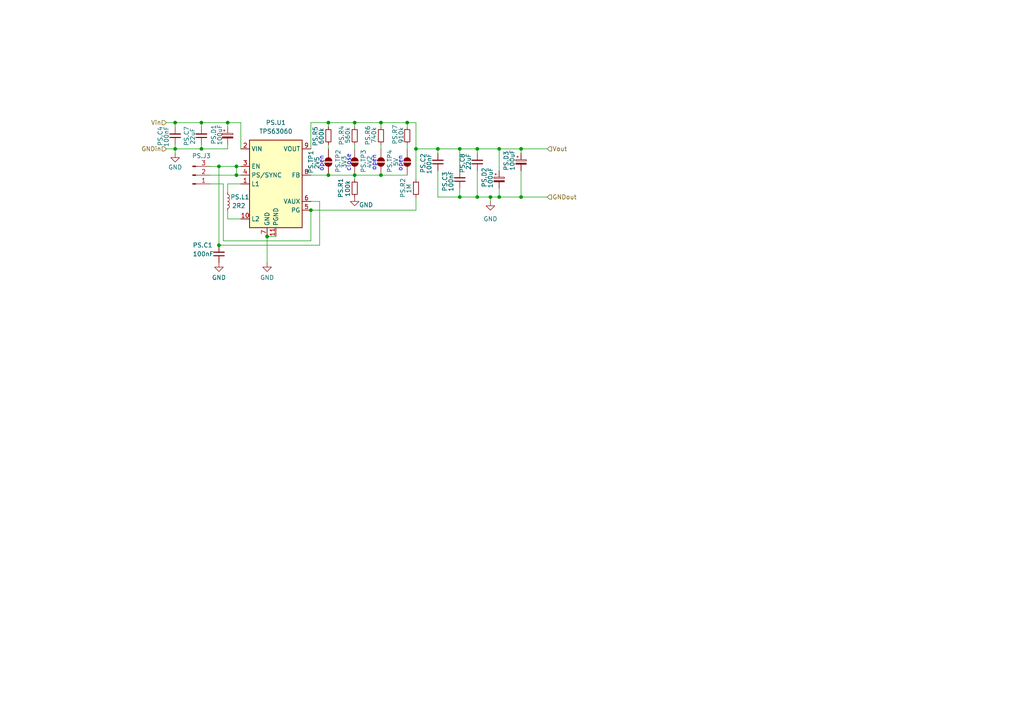
<source format=kicad_sch>
(kicad_sch
	(version 20231120)
	(generator "eeschema")
	(generator_version "8.0")
	(uuid "df954ae1-a560-42ad-9a95-6a8e3c8d0fbe")
	(paper "A4")
	(lib_symbols
		(symbol "Connector:Conn_01x03_Pin"
			(pin_names
				(offset 1.016) hide)
			(exclude_from_sim no)
			(in_bom yes)
			(on_board yes)
			(property "Reference" "J"
				(at 0 5.08 0)
				(effects
					(font
						(size 1.27 1.27)
					)
				)
			)
			(property "Value" "Conn_01x03_Pin"
				(at 0 -5.08 0)
				(effects
					(font
						(size 1.27 1.27)
					)
				)
			)
			(property "Footprint" ""
				(at 0 0 0)
				(effects
					(font
						(size 1.27 1.27)
					)
					(hide yes)
				)
			)
			(property "Datasheet" "~"
				(at 0 0 0)
				(effects
					(font
						(size 1.27 1.27)
					)
					(hide yes)
				)
			)
			(property "Description" "Generic connector, single row, 01x03, script generated"
				(at 0 0 0)
				(effects
					(font
						(size 1.27 1.27)
					)
					(hide yes)
				)
			)
			(property "ki_locked" ""
				(at 0 0 0)
				(effects
					(font
						(size 1.27 1.27)
					)
				)
			)
			(property "ki_keywords" "connector"
				(at 0 0 0)
				(effects
					(font
						(size 1.27 1.27)
					)
					(hide yes)
				)
			)
			(property "ki_fp_filters" "Connector*:*_1x??_*"
				(at 0 0 0)
				(effects
					(font
						(size 1.27 1.27)
					)
					(hide yes)
				)
			)
			(symbol "Conn_01x03_Pin_1_1"
				(polyline
					(pts
						(xy 1.27 -2.54) (xy 0.8636 -2.54)
					)
					(stroke
						(width 0.1524)
						(type default)
					)
					(fill
						(type none)
					)
				)
				(polyline
					(pts
						(xy 1.27 0) (xy 0.8636 0)
					)
					(stroke
						(width 0.1524)
						(type default)
					)
					(fill
						(type none)
					)
				)
				(polyline
					(pts
						(xy 1.27 2.54) (xy 0.8636 2.54)
					)
					(stroke
						(width 0.1524)
						(type default)
					)
					(fill
						(type none)
					)
				)
				(rectangle
					(start 0.8636 -2.413)
					(end 0 -2.667)
					(stroke
						(width 0.1524)
						(type default)
					)
					(fill
						(type outline)
					)
				)
				(rectangle
					(start 0.8636 0.127)
					(end 0 -0.127)
					(stroke
						(width 0.1524)
						(type default)
					)
					(fill
						(type outline)
					)
				)
				(rectangle
					(start 0.8636 2.667)
					(end 0 2.413)
					(stroke
						(width 0.1524)
						(type default)
					)
					(fill
						(type outline)
					)
				)
				(pin passive line
					(at 5.08 2.54 180)
					(length 3.81)
					(name "Pin_1"
						(effects
							(font
								(size 1.27 1.27)
							)
						)
					)
					(number "1"
						(effects
							(font
								(size 1.27 1.27)
							)
						)
					)
				)
				(pin passive line
					(at 5.08 0 180)
					(length 3.81)
					(name "Pin_2"
						(effects
							(font
								(size 1.27 1.27)
							)
						)
					)
					(number "2"
						(effects
							(font
								(size 1.27 1.27)
							)
						)
					)
				)
				(pin passive line
					(at 5.08 -2.54 180)
					(length 3.81)
					(name "Pin_3"
						(effects
							(font
								(size 1.27 1.27)
							)
						)
					)
					(number "3"
						(effects
							(font
								(size 1.27 1.27)
							)
						)
					)
				)
			)
		)
		(symbol "Device:C_Polarized_Small"
			(pin_numbers hide)
			(pin_names
				(offset 0.254) hide)
			(exclude_from_sim no)
			(in_bom yes)
			(on_board yes)
			(property "Reference" "C"
				(at 0.254 1.778 0)
				(effects
					(font
						(size 1.27 1.27)
					)
					(justify left)
				)
			)
			(property "Value" "C_Polarized_Small"
				(at 0.254 -2.032 0)
				(effects
					(font
						(size 1.27 1.27)
					)
					(justify left)
				)
			)
			(property "Footprint" ""
				(at 0 0 0)
				(effects
					(font
						(size 1.27 1.27)
					)
					(hide yes)
				)
			)
			(property "Datasheet" "~"
				(at 0 0 0)
				(effects
					(font
						(size 1.27 1.27)
					)
					(hide yes)
				)
			)
			(property "Description" "Polarized capacitor, small symbol"
				(at 0 0 0)
				(effects
					(font
						(size 1.27 1.27)
					)
					(hide yes)
				)
			)
			(property "ki_keywords" "cap capacitor"
				(at 0 0 0)
				(effects
					(font
						(size 1.27 1.27)
					)
					(hide yes)
				)
			)
			(property "ki_fp_filters" "CP_*"
				(at 0 0 0)
				(effects
					(font
						(size 1.27 1.27)
					)
					(hide yes)
				)
			)
			(symbol "C_Polarized_Small_0_1"
				(rectangle
					(start -1.524 -0.3048)
					(end 1.524 -0.6858)
					(stroke
						(width 0)
						(type default)
					)
					(fill
						(type outline)
					)
				)
				(rectangle
					(start -1.524 0.6858)
					(end 1.524 0.3048)
					(stroke
						(width 0)
						(type default)
					)
					(fill
						(type none)
					)
				)
				(polyline
					(pts
						(xy -1.27 1.524) (xy -0.762 1.524)
					)
					(stroke
						(width 0)
						(type default)
					)
					(fill
						(type none)
					)
				)
				(polyline
					(pts
						(xy -1.016 1.27) (xy -1.016 1.778)
					)
					(stroke
						(width 0)
						(type default)
					)
					(fill
						(type none)
					)
				)
			)
			(symbol "C_Polarized_Small_1_1"
				(pin passive line
					(at 0 2.54 270)
					(length 1.8542)
					(name "~"
						(effects
							(font
								(size 1.27 1.27)
							)
						)
					)
					(number "1"
						(effects
							(font
								(size 1.27 1.27)
							)
						)
					)
				)
				(pin passive line
					(at 0 -2.54 90)
					(length 1.8542)
					(name "~"
						(effects
							(font
								(size 1.27 1.27)
							)
						)
					)
					(number "2"
						(effects
							(font
								(size 1.27 1.27)
							)
						)
					)
				)
			)
		)
		(symbol "Device:C_Small"
			(pin_numbers hide)
			(pin_names
				(offset 0.254) hide)
			(exclude_from_sim no)
			(in_bom yes)
			(on_board yes)
			(property "Reference" "C"
				(at 0.254 1.778 0)
				(effects
					(font
						(size 1.27 1.27)
					)
					(justify left)
				)
			)
			(property "Value" "C_Small"
				(at 0.254 -2.032 0)
				(effects
					(font
						(size 1.27 1.27)
					)
					(justify left)
				)
			)
			(property "Footprint" ""
				(at 0 0 0)
				(effects
					(font
						(size 1.27 1.27)
					)
					(hide yes)
				)
			)
			(property "Datasheet" "~"
				(at 0 0 0)
				(effects
					(font
						(size 1.27 1.27)
					)
					(hide yes)
				)
			)
			(property "Description" "Unpolarized capacitor, small symbol"
				(at 0 0 0)
				(effects
					(font
						(size 1.27 1.27)
					)
					(hide yes)
				)
			)
			(property "ki_keywords" "capacitor cap"
				(at 0 0 0)
				(effects
					(font
						(size 1.27 1.27)
					)
					(hide yes)
				)
			)
			(property "ki_fp_filters" "C_*"
				(at 0 0 0)
				(effects
					(font
						(size 1.27 1.27)
					)
					(hide yes)
				)
			)
			(symbol "C_Small_0_1"
				(polyline
					(pts
						(xy -1.524 -0.508) (xy 1.524 -0.508)
					)
					(stroke
						(width 0.3302)
						(type default)
					)
					(fill
						(type none)
					)
				)
				(polyline
					(pts
						(xy -1.524 0.508) (xy 1.524 0.508)
					)
					(stroke
						(width 0.3048)
						(type default)
					)
					(fill
						(type none)
					)
				)
			)
			(symbol "C_Small_1_1"
				(pin passive line
					(at 0 2.54 270)
					(length 2.032)
					(name "~"
						(effects
							(font
								(size 1.27 1.27)
							)
						)
					)
					(number "1"
						(effects
							(font
								(size 1.27 1.27)
							)
						)
					)
				)
				(pin passive line
					(at 0 -2.54 90)
					(length 2.032)
					(name "~"
						(effects
							(font
								(size 1.27 1.27)
							)
						)
					)
					(number "2"
						(effects
							(font
								(size 1.27 1.27)
							)
						)
					)
				)
			)
		)
		(symbol "Device:L_Small"
			(pin_numbers hide)
			(pin_names
				(offset 0.254) hide)
			(exclude_from_sim no)
			(in_bom yes)
			(on_board yes)
			(property "Reference" "L"
				(at 0.762 1.016 0)
				(effects
					(font
						(size 1.27 1.27)
					)
					(justify left)
				)
			)
			(property "Value" "L_Small"
				(at 0.762 -1.016 0)
				(effects
					(font
						(size 1.27 1.27)
					)
					(justify left)
				)
			)
			(property "Footprint" ""
				(at 0 0 0)
				(effects
					(font
						(size 1.27 1.27)
					)
					(hide yes)
				)
			)
			(property "Datasheet" "~"
				(at 0 0 0)
				(effects
					(font
						(size 1.27 1.27)
					)
					(hide yes)
				)
			)
			(property "Description" "Inductor, small symbol"
				(at 0 0 0)
				(effects
					(font
						(size 1.27 1.27)
					)
					(hide yes)
				)
			)
			(property "ki_keywords" "inductor choke coil reactor magnetic"
				(at 0 0 0)
				(effects
					(font
						(size 1.27 1.27)
					)
					(hide yes)
				)
			)
			(property "ki_fp_filters" "Choke_* *Coil* Inductor_* L_*"
				(at 0 0 0)
				(effects
					(font
						(size 1.27 1.27)
					)
					(hide yes)
				)
			)
			(symbol "L_Small_0_1"
				(arc
					(start 0 -2.032)
					(mid 0.5058 -1.524)
					(end 0 -1.016)
					(stroke
						(width 0)
						(type default)
					)
					(fill
						(type none)
					)
				)
				(arc
					(start 0 -1.016)
					(mid 0.5058 -0.508)
					(end 0 0)
					(stroke
						(width 0)
						(type default)
					)
					(fill
						(type none)
					)
				)
				(arc
					(start 0 0)
					(mid 0.5058 0.508)
					(end 0 1.016)
					(stroke
						(width 0)
						(type default)
					)
					(fill
						(type none)
					)
				)
				(arc
					(start 0 1.016)
					(mid 0.5058 1.524)
					(end 0 2.032)
					(stroke
						(width 0)
						(type default)
					)
					(fill
						(type none)
					)
				)
			)
			(symbol "L_Small_1_1"
				(pin passive line
					(at 0 2.54 270)
					(length 0.508)
					(name "~"
						(effects
							(font
								(size 1.27 1.27)
							)
						)
					)
					(number "1"
						(effects
							(font
								(size 1.27 1.27)
							)
						)
					)
				)
				(pin passive line
					(at 0 -2.54 90)
					(length 0.508)
					(name "~"
						(effects
							(font
								(size 1.27 1.27)
							)
						)
					)
					(number "2"
						(effects
							(font
								(size 1.27 1.27)
							)
						)
					)
				)
			)
		)
		(symbol "Device:R_Small"
			(pin_numbers hide)
			(pin_names
				(offset 0.254) hide)
			(exclude_from_sim no)
			(in_bom yes)
			(on_board yes)
			(property "Reference" "R"
				(at 0.762 0.508 0)
				(effects
					(font
						(size 1.27 1.27)
					)
					(justify left)
				)
			)
			(property "Value" "R_Small"
				(at 0.762 -1.016 0)
				(effects
					(font
						(size 1.27 1.27)
					)
					(justify left)
				)
			)
			(property "Footprint" ""
				(at 0 0 0)
				(effects
					(font
						(size 1.27 1.27)
					)
					(hide yes)
				)
			)
			(property "Datasheet" "~"
				(at 0 0 0)
				(effects
					(font
						(size 1.27 1.27)
					)
					(hide yes)
				)
			)
			(property "Description" "Resistor, small symbol"
				(at 0 0 0)
				(effects
					(font
						(size 1.27 1.27)
					)
					(hide yes)
				)
			)
			(property "ki_keywords" "R resistor"
				(at 0 0 0)
				(effects
					(font
						(size 1.27 1.27)
					)
					(hide yes)
				)
			)
			(property "ki_fp_filters" "R_*"
				(at 0 0 0)
				(effects
					(font
						(size 1.27 1.27)
					)
					(hide yes)
				)
			)
			(symbol "R_Small_0_1"
				(rectangle
					(start -0.762 1.778)
					(end 0.762 -1.778)
					(stroke
						(width 0.2032)
						(type default)
					)
					(fill
						(type none)
					)
				)
			)
			(symbol "R_Small_1_1"
				(pin passive line
					(at 0 2.54 270)
					(length 0.762)
					(name "~"
						(effects
							(font
								(size 1.27 1.27)
							)
						)
					)
					(number "1"
						(effects
							(font
								(size 1.27 1.27)
							)
						)
					)
				)
				(pin passive line
					(at 0 -2.54 90)
					(length 0.762)
					(name "~"
						(effects
							(font
								(size 1.27 1.27)
							)
						)
					)
					(number "2"
						(effects
							(font
								(size 1.27 1.27)
							)
						)
					)
				)
			)
		)
		(symbol "Jumper:SolderJumper_2_Open"
			(pin_numbers hide)
			(pin_names
				(offset 0) hide)
			(exclude_from_sim yes)
			(in_bom no)
			(on_board yes)
			(property "Reference" "JP"
				(at 0 2.032 0)
				(effects
					(font
						(size 1.27 1.27)
					)
				)
			)
			(property "Value" "SolderJumper_2_Open"
				(at 0 -2.54 0)
				(effects
					(font
						(size 1.27 1.27)
					)
				)
			)
			(property "Footprint" ""
				(at 0 0 0)
				(effects
					(font
						(size 1.27 1.27)
					)
					(hide yes)
				)
			)
			(property "Datasheet" "~"
				(at 0 0 0)
				(effects
					(font
						(size 1.27 1.27)
					)
					(hide yes)
				)
			)
			(property "Description" "Solder Jumper, 2-pole, open"
				(at 0 0 0)
				(effects
					(font
						(size 1.27 1.27)
					)
					(hide yes)
				)
			)
			(property "ki_keywords" "solder jumper SPST"
				(at 0 0 0)
				(effects
					(font
						(size 1.27 1.27)
					)
					(hide yes)
				)
			)
			(property "ki_fp_filters" "SolderJumper*Open*"
				(at 0 0 0)
				(effects
					(font
						(size 1.27 1.27)
					)
					(hide yes)
				)
			)
			(symbol "SolderJumper_2_Open_0_1"
				(arc
					(start -0.254 1.016)
					(mid -1.2656 0)
					(end -0.254 -1.016)
					(stroke
						(width 0)
						(type default)
					)
					(fill
						(type none)
					)
				)
				(arc
					(start -0.254 1.016)
					(mid -1.2656 0)
					(end -0.254 -1.016)
					(stroke
						(width 0)
						(type default)
					)
					(fill
						(type outline)
					)
				)
				(polyline
					(pts
						(xy -0.254 1.016) (xy -0.254 -1.016)
					)
					(stroke
						(width 0)
						(type default)
					)
					(fill
						(type none)
					)
				)
				(polyline
					(pts
						(xy 0.254 1.016) (xy 0.254 -1.016)
					)
					(stroke
						(width 0)
						(type default)
					)
					(fill
						(type none)
					)
				)
				(arc
					(start 0.254 -1.016)
					(mid 1.2656 0)
					(end 0.254 1.016)
					(stroke
						(width 0)
						(type default)
					)
					(fill
						(type none)
					)
				)
				(arc
					(start 0.254 -1.016)
					(mid 1.2656 0)
					(end 0.254 1.016)
					(stroke
						(width 0)
						(type default)
					)
					(fill
						(type outline)
					)
				)
			)
			(symbol "SolderJumper_2_Open_1_1"
				(pin passive line
					(at -3.81 0 0)
					(length 2.54)
					(name "A"
						(effects
							(font
								(size 1.27 1.27)
							)
						)
					)
					(number "1"
						(effects
							(font
								(size 1.27 1.27)
							)
						)
					)
				)
				(pin passive line
					(at 3.81 0 180)
					(length 2.54)
					(name "B"
						(effects
							(font
								(size 1.27 1.27)
							)
						)
					)
					(number "2"
						(effects
							(font
								(size 1.27 1.27)
							)
						)
					)
				)
			)
		)
		(symbol "Regulator_Switching:TPS63060"
			(exclude_from_sim no)
			(in_bom yes)
			(on_board yes)
			(property "Reference" "U"
				(at -7.62 13.97 0)
				(effects
					(font
						(size 1.27 1.27)
					)
					(justify left)
				)
			)
			(property "Value" "TPS63060"
				(at 2.54 13.97 0)
				(effects
					(font
						(size 1.27 1.27)
					)
				)
			)
			(property "Footprint" "Package_SON:Texas_S-PWSON-N10_ThermalVias"
				(at 0 -16.51 0)
				(effects
					(font
						(size 1.27 1.27)
					)
					(hide yes)
				)
			)
			(property "Datasheet" "http://www.ti.com/lit/ds/symlink/tps63060.pdf"
				(at 0 -19.05 0)
				(effects
					(font
						(size 1.27 1.27)
					)
					(hide yes)
				)
			)
			(property "Description" "Buck-Boost Converter, 2.5-12V Input Voltage, 2-A Switch Current, Adjustable 2.5-8V Output Voltage, S-PWSON-N10"
				(at 0 0 0)
				(effects
					(font
						(size 1.27 1.27)
					)
					(hide yes)
				)
			)
			(property "ki_keywords" "Buck-Boost adjustable converter"
				(at 0 0 0)
				(effects
					(font
						(size 1.27 1.27)
					)
					(hide yes)
				)
			)
			(property "ki_fp_filters" "Texas*S*PWSON*N10*"
				(at 0 0 0)
				(effects
					(font
						(size 1.27 1.27)
					)
					(hide yes)
				)
			)
			(symbol "TPS63060_0_1"
				(rectangle
					(start -7.62 12.7)
					(end 7.62 -12.7)
					(stroke
						(width 0.254)
						(type default)
					)
					(fill
						(type background)
					)
				)
			)
			(symbol "TPS63060_1_1"
				(pin input line
					(at -10.16 0 0)
					(length 2.54)
					(name "L1"
						(effects
							(font
								(size 1.27 1.27)
							)
						)
					)
					(number "1"
						(effects
							(font
								(size 1.27 1.27)
							)
						)
					)
				)
				(pin input line
					(at -10.16 -10.16 0)
					(length 2.54)
					(name "L2"
						(effects
							(font
								(size 1.27 1.27)
							)
						)
					)
					(number "10"
						(effects
							(font
								(size 1.27 1.27)
							)
						)
					)
				)
				(pin power_in line
					(at 0 -15.24 90)
					(length 2.54)
					(name "PGND"
						(effects
							(font
								(size 1.27 1.27)
							)
						)
					)
					(number "11"
						(effects
							(font
								(size 1.27 1.27)
							)
						)
					)
				)
				(pin power_in line
					(at -10.16 10.16 0)
					(length 2.54)
					(name "VIN"
						(effects
							(font
								(size 1.27 1.27)
							)
						)
					)
					(number "2"
						(effects
							(font
								(size 1.27 1.27)
							)
						)
					)
				)
				(pin input line
					(at -10.16 5.08 0)
					(length 2.54)
					(name "EN"
						(effects
							(font
								(size 1.27 1.27)
							)
						)
					)
					(number "3"
						(effects
							(font
								(size 1.27 1.27)
							)
						)
					)
				)
				(pin input line
					(at -10.16 2.54 0)
					(length 2.54)
					(name "PS/SYNC"
						(effects
							(font
								(size 1.27 1.27)
							)
						)
					)
					(number "4"
						(effects
							(font
								(size 1.27 1.27)
							)
						)
					)
				)
				(pin output line
					(at 10.16 -7.62 180)
					(length 2.54)
					(name "PG"
						(effects
							(font
								(size 1.27 1.27)
							)
						)
					)
					(number "5"
						(effects
							(font
								(size 1.27 1.27)
							)
						)
					)
				)
				(pin passive line
					(at 10.16 -5.08 180)
					(length 2.54)
					(name "VAUX"
						(effects
							(font
								(size 1.27 1.27)
							)
						)
					)
					(number "6"
						(effects
							(font
								(size 1.27 1.27)
							)
						)
					)
				)
				(pin power_in line
					(at -2.54 -15.24 90)
					(length 2.54)
					(name "GND"
						(effects
							(font
								(size 1.27 1.27)
							)
						)
					)
					(number "7"
						(effects
							(font
								(size 1.27 1.27)
							)
						)
					)
				)
				(pin input line
					(at 10.16 2.54 180)
					(length 2.54)
					(name "FB"
						(effects
							(font
								(size 1.27 1.27)
							)
						)
					)
					(number "8"
						(effects
							(font
								(size 1.27 1.27)
							)
						)
					)
				)
				(pin power_out line
					(at 10.16 10.16 180)
					(length 2.54)
					(name "VOUT"
						(effects
							(font
								(size 1.27 1.27)
							)
						)
					)
					(number "9"
						(effects
							(font
								(size 1.27 1.27)
							)
						)
					)
				)
			)
		)
		(symbol "power:GND"
			(power)
			(pin_names
				(offset 0)
			)
			(exclude_from_sim no)
			(in_bom yes)
			(on_board yes)
			(property "Reference" "#PWR"
				(at 0 -6.35 0)
				(effects
					(font
						(size 1.27 1.27)
					)
					(hide yes)
				)
			)
			(property "Value" "GND"
				(at 0 -3.81 0)
				(effects
					(font
						(size 1.27 1.27)
					)
				)
			)
			(property "Footprint" ""
				(at 0 0 0)
				(effects
					(font
						(size 1.27 1.27)
					)
					(hide yes)
				)
			)
			(property "Datasheet" ""
				(at 0 0 0)
				(effects
					(font
						(size 1.27 1.27)
					)
					(hide yes)
				)
			)
			(property "Description" "Power symbol creates a global label with name \"GND\" , ground"
				(at 0 0 0)
				(effects
					(font
						(size 1.27 1.27)
					)
					(hide yes)
				)
			)
			(property "ki_keywords" "global power"
				(at 0 0 0)
				(effects
					(font
						(size 1.27 1.27)
					)
					(hide yes)
				)
			)
			(symbol "GND_0_1"
				(polyline
					(pts
						(xy 0 0) (xy 0 -1.27) (xy 1.27 -1.27) (xy 0 -2.54) (xy -1.27 -1.27) (xy 0 -1.27)
					)
					(stroke
						(width 0)
						(type default)
					)
					(fill
						(type none)
					)
				)
			)
			(symbol "GND_1_1"
				(pin power_in line
					(at 0 0 270)
					(length 0) hide
					(name "GND"
						(effects
							(font
								(size 1.27 1.27)
							)
						)
					)
					(number "1"
						(effects
							(font
								(size 1.27 1.27)
							)
						)
					)
				)
			)
		)
	)
	(junction
		(at 77.47 68.58)
		(diameter 0)
		(color 0 0 0 0)
		(uuid "17448bd4-4855-42e8-94fe-e5fbb0c1cec0")
	)
	(junction
		(at 118.11 35.56)
		(diameter 0)
		(color 0 0 0 0)
		(uuid "2d37f0a4-ef7a-4596-b2ea-6d931066264e")
	)
	(junction
		(at 142.24 57.15)
		(diameter 0)
		(color 0 0 0 0)
		(uuid "33d0b025-c8f9-4f75-aa40-e32c28c7158d")
	)
	(junction
		(at 102.87 35.56)
		(diameter 0)
		(color 0 0 0 0)
		(uuid "41e0e57a-838d-41d8-8c36-76b756d76f26")
	)
	(junction
		(at 151.13 43.18)
		(diameter 0)
		(color 0 0 0 0)
		(uuid "4de852fc-1e4e-4d3a-ab6e-e60d0928ac6a")
	)
	(junction
		(at 144.78 57.15)
		(diameter 0)
		(color 0 0 0 0)
		(uuid "62b15da3-af6e-4f1a-9f5d-262a3df53b48")
	)
	(junction
		(at 138.43 43.18)
		(diameter 0)
		(color 0 0 0 0)
		(uuid "66d5066f-e809-435c-b6cd-30b2aa20b940")
	)
	(junction
		(at 68.58 48.26)
		(diameter 0)
		(color 0 0 0 0)
		(uuid "67c03387-aaab-4e7d-bf7f-98708eeda5e9")
	)
	(junction
		(at 50.8 35.56)
		(diameter 0)
		(color 0 0 0 0)
		(uuid "6cf6d6bb-47e7-4074-80f8-0908779e36cd")
	)
	(junction
		(at 120.65 43.18)
		(diameter 0)
		(color 0 0 0 0)
		(uuid "716e4f90-ffff-4d43-ac2c-b6ef71ef33e5")
	)
	(junction
		(at 95.25 35.56)
		(diameter 0)
		(color 0 0 0 0)
		(uuid "7fe9566d-7208-4c5a-a471-63e8724c9f23")
	)
	(junction
		(at 144.78 43.18)
		(diameter 0)
		(color 0 0 0 0)
		(uuid "8b976fa0-2850-45cd-b90e-9084535cc08a")
	)
	(junction
		(at 58.42 35.56)
		(diameter 0)
		(color 0 0 0 0)
		(uuid "8d86a9d3-86c1-43e9-80fc-c05c4ee2ea06")
	)
	(junction
		(at 133.35 57.15)
		(diameter 0)
		(color 0 0 0 0)
		(uuid "8fe27397-b8c2-4a1c-98c5-abdc5439fb0c")
	)
	(junction
		(at 66.04 35.56)
		(diameter 0)
		(color 0 0 0 0)
		(uuid "930820c9-3b3d-48e3-9ae5-eee0963edbe3")
	)
	(junction
		(at 68.58 50.8)
		(diameter 0)
		(color 0 0 0 0)
		(uuid "a240ceb7-aed7-4af7-b767-cba7b2507591")
	)
	(junction
		(at 151.13 57.15)
		(diameter 0)
		(color 0 0 0 0)
		(uuid "a34ac05f-6626-47bb-968f-a8b9f924f693")
	)
	(junction
		(at 58.42 43.18)
		(diameter 0)
		(color 0 0 0 0)
		(uuid "a408ff57-3585-473e-8778-628e88d50adf")
	)
	(junction
		(at 127 43.18)
		(diameter 0)
		(color 0 0 0 0)
		(uuid "afff0711-d446-4189-921e-caf797f44065")
	)
	(junction
		(at 110.49 50.8)
		(diameter 0)
		(color 0 0 0 0)
		(uuid "b4540344-c799-413d-b79f-4f0644ec03f7")
	)
	(junction
		(at 63.5 48.26)
		(diameter 0)
		(color 0 0 0 0)
		(uuid "c1b8cd1f-7d2f-4191-9c37-37b3187c9075")
	)
	(junction
		(at 90.17 60.96)
		(diameter 0)
		(color 0 0 0 0)
		(uuid "cc1f373f-1ab8-446f-824a-cf7535a91989")
	)
	(junction
		(at 95.25 50.8)
		(diameter 0)
		(color 0 0 0 0)
		(uuid "cd81914c-9475-4eec-98db-8eb1fafa3dd9")
	)
	(junction
		(at 63.5 71.12)
		(diameter 0)
		(color 0 0 0 0)
		(uuid "d115f371-a630-44ee-9e46-ca78c87a8c06")
	)
	(junction
		(at 102.87 50.8)
		(diameter 0)
		(color 0 0 0 0)
		(uuid "dd568b62-2ca5-41b0-9e2f-f1d5ba09e280")
	)
	(junction
		(at 50.8 43.18)
		(diameter 0)
		(color 0 0 0 0)
		(uuid "dd6df550-f04b-4991-a0dc-3d5272e17942")
	)
	(junction
		(at 110.49 35.56)
		(diameter 0)
		(color 0 0 0 0)
		(uuid "f1af27d5-e86f-473e-b841-3bd27fbf4c94")
	)
	(junction
		(at 133.35 43.18)
		(diameter 0)
		(color 0 0 0 0)
		(uuid "fc918917-fece-4dcf-a2df-45a1e4e06337")
	)
	(junction
		(at 138.43 57.15)
		(diameter 0)
		(color 0 0 0 0)
		(uuid "fc9ffa65-28ea-4521-a749-b96d22d4e79b")
	)
	(wire
		(pts
			(xy 138.43 57.15) (xy 142.24 57.15)
		)
		(stroke
			(width 0)
			(type default)
		)
		(uuid "00984c7b-3ab9-452b-a520-92190f099acf")
	)
	(wire
		(pts
			(xy 151.13 44.45) (xy 151.13 43.18)
		)
		(stroke
			(width 0)
			(type default)
		)
		(uuid "04245277-794d-4192-8286-956f90fd2343")
	)
	(wire
		(pts
			(xy 95.25 41.91) (xy 95.25 43.18)
		)
		(stroke
			(width 0)
			(type default)
		)
		(uuid "057a3900-7d7c-4494-8168-970f324d4fd5")
	)
	(wire
		(pts
			(xy 120.65 60.96) (xy 120.65 57.15)
		)
		(stroke
			(width 0)
			(type default)
		)
		(uuid "0742b97f-9d32-4f8b-bda1-9f7e73acf525")
	)
	(wire
		(pts
			(xy 118.11 35.56) (xy 110.49 35.56)
		)
		(stroke
			(width 0)
			(type default)
		)
		(uuid "079d9861-7089-4fde-a3fe-160735042fcf")
	)
	(wire
		(pts
			(xy 127 57.15) (xy 133.35 57.15)
		)
		(stroke
			(width 0)
			(type default)
		)
		(uuid "08002a81-c467-46d8-abb7-917b94579c0e")
	)
	(wire
		(pts
			(xy 110.49 50.8) (xy 118.11 50.8)
		)
		(stroke
			(width 0)
			(type default)
		)
		(uuid "0d428e3f-23dd-4e7d-8ad1-5d302373d970")
	)
	(wire
		(pts
			(xy 64.77 53.34) (xy 60.96 53.34)
		)
		(stroke
			(width 0)
			(type default)
		)
		(uuid "114cb509-8970-40df-9802-40e813681244")
	)
	(wire
		(pts
			(xy 90.17 35.56) (xy 95.25 35.56)
		)
		(stroke
			(width 0)
			(type default)
		)
		(uuid "184b955d-15a3-42be-952e-632a1f6d3032")
	)
	(wire
		(pts
			(xy 133.35 54.61) (xy 133.35 57.15)
		)
		(stroke
			(width 0)
			(type default)
		)
		(uuid "1952d662-41e4-4b2b-b7fc-a70a262c4755")
	)
	(wire
		(pts
			(xy 58.42 41.91) (xy 58.42 43.18)
		)
		(stroke
			(width 0)
			(type default)
		)
		(uuid "19b174d8-6e91-4a93-9aad-b5b2d03df66f")
	)
	(wire
		(pts
			(xy 118.11 35.56) (xy 118.11 36.83)
		)
		(stroke
			(width 0)
			(type default)
		)
		(uuid "1bca8cfa-1172-4cd4-8012-0de7d1ec30f0")
	)
	(wire
		(pts
			(xy 95.25 50.8) (xy 102.87 50.8)
		)
		(stroke
			(width 0)
			(type default)
		)
		(uuid "218a4697-1a8b-4b0d-8039-c7d77df55bf5")
	)
	(wire
		(pts
			(xy 92.71 71.12) (xy 63.5 71.12)
		)
		(stroke
			(width 0)
			(type default)
		)
		(uuid "26704252-4086-4b94-a813-5ca925058ce6")
	)
	(wire
		(pts
			(xy 95.25 35.56) (xy 95.25 36.83)
		)
		(stroke
			(width 0)
			(type default)
		)
		(uuid "26fab638-c312-4ab4-bec5-d6b178cada7a")
	)
	(wire
		(pts
			(xy 144.78 43.18) (xy 151.13 43.18)
		)
		(stroke
			(width 0)
			(type default)
		)
		(uuid "2a031521-9ca0-4451-88f1-13c74e3d89c6")
	)
	(wire
		(pts
			(xy 138.43 49.53) (xy 138.43 57.15)
		)
		(stroke
			(width 0)
			(type default)
		)
		(uuid "2b7d6306-8dd5-4ad0-b819-fda8fbfc0660")
	)
	(wire
		(pts
			(xy 90.17 35.56) (xy 90.17 43.18)
		)
		(stroke
			(width 0)
			(type default)
		)
		(uuid "30db71cc-c329-4769-84af-ae806b25efb2")
	)
	(wire
		(pts
			(xy 120.65 43.18) (xy 120.65 52.07)
		)
		(stroke
			(width 0)
			(type default)
		)
		(uuid "374a4406-13cf-4165-bb62-bf86c04b9bc2")
	)
	(wire
		(pts
			(xy 120.65 43.18) (xy 127 43.18)
		)
		(stroke
			(width 0)
			(type default)
		)
		(uuid "3a8ce281-ebb9-4a8a-8025-75dcb3f942a9")
	)
	(wire
		(pts
			(xy 151.13 49.53) (xy 151.13 57.15)
		)
		(stroke
			(width 0)
			(type default)
		)
		(uuid "406ba712-bbcf-419f-b1b2-190a90f114a5")
	)
	(wire
		(pts
			(xy 110.49 35.56) (xy 110.49 36.83)
		)
		(stroke
			(width 0)
			(type default)
		)
		(uuid "40a6f6a0-a61d-405e-b52b-58f8a3719a5c")
	)
	(wire
		(pts
			(xy 102.87 50.8) (xy 110.49 50.8)
		)
		(stroke
			(width 0)
			(type default)
		)
		(uuid "44707355-0932-4c1b-94a4-fcdbd770bea9")
	)
	(wire
		(pts
			(xy 102.87 35.56) (xy 102.87 36.83)
		)
		(stroke
			(width 0)
			(type default)
		)
		(uuid "467268fc-d8a0-475a-a817-91396656b404")
	)
	(wire
		(pts
			(xy 58.42 35.56) (xy 58.42 36.83)
		)
		(stroke
			(width 0)
			(type default)
		)
		(uuid "48096b34-2f4f-4566-bcef-d7c00939cad2")
	)
	(wire
		(pts
			(xy 133.35 43.18) (xy 133.35 49.53)
		)
		(stroke
			(width 0)
			(type default)
		)
		(uuid "4efe659d-0082-43ae-a620-b5bb64400437")
	)
	(wire
		(pts
			(xy 48.26 43.18) (xy 50.8 43.18)
		)
		(stroke
			(width 0)
			(type default)
		)
		(uuid "5282ee59-343f-4063-8748-bbca66d4a78c")
	)
	(wire
		(pts
			(xy 127 43.18) (xy 133.35 43.18)
		)
		(stroke
			(width 0)
			(type default)
		)
		(uuid "588a067f-0794-4691-b811-b0d9cc77d313")
	)
	(wire
		(pts
			(xy 63.5 48.26) (xy 63.5 71.12)
		)
		(stroke
			(width 0)
			(type default)
		)
		(uuid "5ed79d8c-fd07-4da2-88ed-5388ced8ff4e")
	)
	(wire
		(pts
			(xy 69.85 63.5) (xy 66.04 63.5)
		)
		(stroke
			(width 0)
			(type default)
		)
		(uuid "5fef1109-1f44-4b87-9862-696d067916ab")
	)
	(wire
		(pts
			(xy 58.42 35.56) (xy 66.04 35.56)
		)
		(stroke
			(width 0)
			(type default)
		)
		(uuid "68d5668c-99ca-48f0-88e9-2ccfec15ad18")
	)
	(wire
		(pts
			(xy 92.71 58.42) (xy 90.17 58.42)
		)
		(stroke
			(width 0)
			(type default)
		)
		(uuid "6ff13013-6727-43f5-915a-6889edcb7267")
	)
	(wire
		(pts
			(xy 133.35 43.18) (xy 138.43 43.18)
		)
		(stroke
			(width 0)
			(type default)
		)
		(uuid "6ffa4478-63db-44c1-9783-679ed61fc885")
	)
	(wire
		(pts
			(xy 66.04 35.56) (xy 69.85 35.56)
		)
		(stroke
			(width 0)
			(type default)
		)
		(uuid "72d4820e-cffa-493e-b385-33cbe2a1f0c6")
	)
	(wire
		(pts
			(xy 69.85 48.26) (xy 68.58 48.26)
		)
		(stroke
			(width 0)
			(type default)
		)
		(uuid "75ab7e25-e3e7-4dec-b972-2db562600c14")
	)
	(wire
		(pts
			(xy 110.49 41.91) (xy 110.49 43.18)
		)
		(stroke
			(width 0)
			(type default)
		)
		(uuid "76690cc4-40cc-41db-bfc0-6a640bf41662")
	)
	(wire
		(pts
			(xy 118.11 41.91) (xy 118.11 43.18)
		)
		(stroke
			(width 0)
			(type default)
		)
		(uuid "786eb989-a54a-46f5-945c-346a54a3c6e6")
	)
	(wire
		(pts
			(xy 127 44.45) (xy 127 43.18)
		)
		(stroke
			(width 0)
			(type default)
		)
		(uuid "78c541ec-bf90-4373-b5b4-bdd8574212c7")
	)
	(wire
		(pts
			(xy 127 49.53) (xy 127 57.15)
		)
		(stroke
			(width 0)
			(type default)
		)
		(uuid "7b003437-f629-4f5c-9cd9-b8d023d50560")
	)
	(wire
		(pts
			(xy 63.5 48.26) (xy 68.58 48.26)
		)
		(stroke
			(width 0)
			(type default)
		)
		(uuid "7b579bea-518c-4079-be88-9ccb45b35c96")
	)
	(wire
		(pts
			(xy 151.13 57.15) (xy 158.75 57.15)
		)
		(stroke
			(width 0)
			(type default)
		)
		(uuid "81fe767d-8d45-47dc-9613-dd4597f6d373")
	)
	(wire
		(pts
			(xy 66.04 41.91) (xy 66.04 43.18)
		)
		(stroke
			(width 0)
			(type default)
		)
		(uuid "85355d2c-379f-42fe-a2e6-0538180ed3d6")
	)
	(wire
		(pts
			(xy 95.25 35.56) (xy 102.87 35.56)
		)
		(stroke
			(width 0)
			(type default)
		)
		(uuid "86980cc1-3ece-4f7b-81a6-3c0a0786c2f4")
	)
	(wire
		(pts
			(xy 151.13 43.18) (xy 158.75 43.18)
		)
		(stroke
			(width 0)
			(type default)
		)
		(uuid "8962477a-2560-42e2-81ae-abffa6d265c8")
	)
	(wire
		(pts
			(xy 50.8 43.18) (xy 50.8 44.45)
		)
		(stroke
			(width 0)
			(type default)
		)
		(uuid "8d4bf574-e18a-4e1f-a0bb-24b1f3105a3c")
	)
	(wire
		(pts
			(xy 60.96 50.8) (xy 68.58 50.8)
		)
		(stroke
			(width 0)
			(type default)
		)
		(uuid "90c6a514-fba8-4a93-a2f2-c68f075fb36f")
	)
	(wire
		(pts
			(xy 58.42 43.18) (xy 66.04 43.18)
		)
		(stroke
			(width 0)
			(type default)
		)
		(uuid "93874f6b-6d89-4462-a1ee-82f759f29ffe")
	)
	(wire
		(pts
			(xy 90.17 60.96) (xy 120.65 60.96)
		)
		(stroke
			(width 0)
			(type default)
		)
		(uuid "939cc127-1a1f-4cd7-b23e-987bad37b31b")
	)
	(wire
		(pts
			(xy 64.77 69.85) (xy 64.77 53.34)
		)
		(stroke
			(width 0)
			(type default)
		)
		(uuid "969110c1-4140-4b28-8d55-edbdea8c1ee9")
	)
	(wire
		(pts
			(xy 77.47 76.2) (xy 77.47 68.58)
		)
		(stroke
			(width 0)
			(type default)
		)
		(uuid "977fa525-f08a-4683-b675-ce9a9f697e14")
	)
	(wire
		(pts
			(xy 120.65 35.56) (xy 120.65 43.18)
		)
		(stroke
			(width 0)
			(type default)
		)
		(uuid "98735484-4dfb-4d8e-a85f-ead40e879439")
	)
	(wire
		(pts
			(xy 142.24 57.15) (xy 144.78 57.15)
		)
		(stroke
			(width 0)
			(type default)
		)
		(uuid "993d26ca-b8ac-4299-8bfc-ac66fccf528b")
	)
	(wire
		(pts
			(xy 50.8 35.56) (xy 58.42 35.56)
		)
		(stroke
			(width 0)
			(type default)
		)
		(uuid "9b9e3abb-5308-4376-9450-23e568f8fc94")
	)
	(wire
		(pts
			(xy 92.71 58.42) (xy 92.71 71.12)
		)
		(stroke
			(width 0)
			(type default)
		)
		(uuid "9c6689cf-d608-4511-94f8-57781d4d6fa7")
	)
	(wire
		(pts
			(xy 48.26 35.56) (xy 50.8 35.56)
		)
		(stroke
			(width 0)
			(type default)
		)
		(uuid "9cc1b9a9-662f-4ec2-a43f-cd6e19befcb5")
	)
	(wire
		(pts
			(xy 77.47 68.58) (xy 80.01 68.58)
		)
		(stroke
			(width 0)
			(type default)
		)
		(uuid "a3793a2f-ec36-4b29-a1bc-21210c304dfd")
	)
	(wire
		(pts
			(xy 90.17 60.96) (xy 90.17 69.85)
		)
		(stroke
			(width 0)
			(type default)
		)
		(uuid "a6724d29-151f-442f-ac57-87f8e9a1b94f")
	)
	(wire
		(pts
			(xy 90.17 50.8) (xy 95.25 50.8)
		)
		(stroke
			(width 0)
			(type default)
		)
		(uuid "a6848d10-7d37-442b-a3a7-c19aa8f10d05")
	)
	(wire
		(pts
			(xy 144.78 43.18) (xy 144.78 49.53)
		)
		(stroke
			(width 0)
			(type default)
		)
		(uuid "a7cd1542-d802-4edb-813f-329b0f05dd63")
	)
	(wire
		(pts
			(xy 90.17 69.85) (xy 64.77 69.85)
		)
		(stroke
			(width 0)
			(type default)
		)
		(uuid "ad1963f1-d057-4d6b-9c56-2c4b2a1f5b78")
	)
	(wire
		(pts
			(xy 68.58 50.8) (xy 68.58 48.26)
		)
		(stroke
			(width 0)
			(type default)
		)
		(uuid "b505c987-d186-41f4-b834-6cc905d1cc57")
	)
	(wire
		(pts
			(xy 138.43 44.45) (xy 138.43 43.18)
		)
		(stroke
			(width 0)
			(type default)
		)
		(uuid "b87a464f-924f-48ad-a899-08c355a2f533")
	)
	(wire
		(pts
			(xy 133.35 57.15) (xy 138.43 57.15)
		)
		(stroke
			(width 0)
			(type default)
		)
		(uuid "b95b4f1f-8e27-4f8d-bc37-fda2be8ab4f9")
	)
	(wire
		(pts
			(xy 50.8 41.91) (xy 50.8 43.18)
		)
		(stroke
			(width 0)
			(type default)
		)
		(uuid "c0dcd36d-2f63-42d9-9a27-dcaf1cbe0881")
	)
	(wire
		(pts
			(xy 102.87 35.56) (xy 110.49 35.56)
		)
		(stroke
			(width 0)
			(type default)
		)
		(uuid "c162479d-22c1-4c4d-878b-f7839886c53e")
	)
	(wire
		(pts
			(xy 102.87 41.91) (xy 102.87 43.18)
		)
		(stroke
			(width 0)
			(type default)
		)
		(uuid "c27d0d7d-34de-430b-8278-2180b03aefb5")
	)
	(wire
		(pts
			(xy 69.85 50.8) (xy 68.58 50.8)
		)
		(stroke
			(width 0)
			(type default)
		)
		(uuid "c9e6b61c-8016-494c-8c0e-8172733c6032")
	)
	(wire
		(pts
			(xy 69.85 53.34) (xy 66.04 53.34)
		)
		(stroke
			(width 0)
			(type default)
		)
		(uuid "cb066034-7640-4ade-8400-0f0c6a4c693f")
	)
	(wire
		(pts
			(xy 142.24 58.42) (xy 142.24 57.15)
		)
		(stroke
			(width 0)
			(type default)
		)
		(uuid "ccf2fcea-6444-4c17-a339-ed4d840876dd")
	)
	(wire
		(pts
			(xy 50.8 36.83) (xy 50.8 35.56)
		)
		(stroke
			(width 0)
			(type default)
		)
		(uuid "d216c6eb-2b7f-42ba-a3fb-7aa53e1b7050")
	)
	(wire
		(pts
			(xy 66.04 63.5) (xy 66.04 60.96)
		)
		(stroke
			(width 0)
			(type default)
		)
		(uuid "d95befe5-46c5-4a18-be1c-d61315fbafb2")
	)
	(wire
		(pts
			(xy 69.85 35.56) (xy 69.85 43.18)
		)
		(stroke
			(width 0)
			(type default)
		)
		(uuid "d9a5d656-17c2-4518-b956-b07c4d26318d")
	)
	(wire
		(pts
			(xy 50.8 43.18) (xy 58.42 43.18)
		)
		(stroke
			(width 0)
			(type default)
		)
		(uuid "e2e938ec-c4cb-4943-8ace-228a8e283c0c")
	)
	(wire
		(pts
			(xy 66.04 36.83) (xy 66.04 35.56)
		)
		(stroke
			(width 0)
			(type default)
		)
		(uuid "e3b59aee-b8f5-4970-aad6-86c22a24d90e")
	)
	(wire
		(pts
			(xy 144.78 54.61) (xy 144.78 57.15)
		)
		(stroke
			(width 0)
			(type default)
		)
		(uuid "e69db534-e18d-47cb-8e04-5d866176f5e8")
	)
	(wire
		(pts
			(xy 144.78 57.15) (xy 151.13 57.15)
		)
		(stroke
			(width 0)
			(type default)
		)
		(uuid "e6ea1e90-fa41-41cc-9acb-dd7fd678aac9")
	)
	(wire
		(pts
			(xy 118.11 35.56) (xy 120.65 35.56)
		)
		(stroke
			(width 0)
			(type default)
		)
		(uuid "f075d605-a624-413c-a559-c92f70416afe")
	)
	(wire
		(pts
			(xy 60.96 48.26) (xy 63.5 48.26)
		)
		(stroke
			(width 0)
			(type default)
		)
		(uuid "f2f33cbf-ac96-49df-8615-81766f424b96")
	)
	(wire
		(pts
			(xy 66.04 53.34) (xy 66.04 55.88)
		)
		(stroke
			(width 0)
			(type default)
		)
		(uuid "f3ca0b95-e531-45f3-b911-0650c6e7cb7c")
	)
	(wire
		(pts
			(xy 138.43 43.18) (xy 144.78 43.18)
		)
		(stroke
			(width 0)
			(type default)
		)
		(uuid "f90a90cc-7dc2-497f-ae76-d8d6fcc2a285")
	)
	(wire
		(pts
			(xy 102.87 50.8) (xy 102.87 52.07)
		)
		(stroke
			(width 0)
			(type default)
		)
		(uuid "fb442f5c-ca46-4443-87d3-499d91b8132e")
	)
	(text "open"
		(exclude_from_sim no)
		(at 93.218 47.498 90)
		(effects
			(font
				(size 1.27 1.27)
			)
		)
		(uuid "203935f9-d073-4a07-a0c6-6df1cebe68d9")
	)
	(text "open"
		(exclude_from_sim no)
		(at 116.078 47.498 90)
		(effects
			(font
				(size 1.27 1.27)
			)
		)
		(uuid "71e38b8f-279e-460c-88bc-f2aa7990fe29")
	)
	(text "close\n"
		(exclude_from_sim no)
		(at 101.092 47.244 90)
		(effects
			(font
				(size 1.27 1.27)
			)
		)
		(uuid "77e012a1-0d7c-46b9-8ea8-36aac029beb1")
	)
	(text "open"
		(exclude_from_sim no)
		(at 108.458 47.244 90)
		(effects
			(font
				(size 1.27 1.27)
			)
		)
		(uuid "b74ef54f-97f0-4f61-acba-9d2df198cad5")
	)
	(hierarchical_label "GNDout"
		(shape input)
		(at 158.75 57.15 0)
		(effects
			(font
				(size 1.27 1.27)
			)
			(justify left)
		)
		(uuid "301f82c6-6c79-458a-b45a-68420909999b")
	)
	(hierarchical_label "Vin"
		(shape input)
		(at 48.26 35.56 180)
		(effects
			(font
				(size 1.27 1.27)
			)
			(justify right)
		)
		(uuid "bf5720cd-b2a6-4d07-bfe7-536e2ca17c5e")
	)
	(hierarchical_label "GNDin"
		(shape input)
		(at 48.26 43.18 180)
		(effects
			(font
				(size 1.27 1.27)
			)
			(justify right)
		)
		(uuid "da324abd-3405-41cd-9175-59872bcdeb84")
	)
	(hierarchical_label "Vout"
		(shape input)
		(at 158.75 43.18 0)
		(effects
			(font
				(size 1.27 1.27)
			)
			(justify left)
		)
		(uuid "e4f760b6-269f-45b8-b1c2-f5b09961db2b")
	)
	(symbol
		(lib_id "Device:C_Small")
		(at 133.35 52.07 0)
		(mirror x)
		(unit 1)
		(exclude_from_sim no)
		(in_bom yes)
		(on_board yes)
		(dnp no)
		(uuid "005e83b7-85ad-445e-a28a-b59f00d3a8eb")
		(property "Reference" "PS.C3"
			(at 129.032 49.784 90)
			(effects
				(font
					(size 1.27 1.27)
				)
				(justify left)
			)
		)
		(property "Value" "100nF"
			(at 130.81 49.53 90)
			(effects
				(font
					(size 1.27 1.27)
				)
				(justify left)
			)
		)
		(property "Footprint" "Capacitor_SMD:C_0603_1608Metric"
			(at 133.35 52.07 0)
			(effects
				(font
					(size 1.27 1.27)
				)
				(hide yes)
			)
		)
		(property "Datasheet" "~"
			(at 133.35 52.07 0)
			(effects
				(font
					(size 1.27 1.27)
				)
				(hide yes)
			)
		)
		(property "Description" ""
			(at 133.35 52.07 0)
			(effects
				(font
					(size 1.27 1.27)
				)
				(hide yes)
			)
		)
		(pin "1"
			(uuid "069d7828-87c5-421b-baaf-07fe617fc10b")
		)
		(pin "2"
			(uuid "e8bad6ee-b116-4cf0-8ddf-0e2a15188f92")
		)
		(instances
			(project "LoggerPressure"
				(path "/1970cc9d-2daf-4f49-886e-15f912459561/1c4bf733-040b-47e9-b2bf-77e30419c7ec"
					(reference "PS.C3")
					(unit 1)
				)
			)
		)
	)
	(symbol
		(lib_id "power:GND")
		(at 50.8 44.45 0)
		(unit 1)
		(exclude_from_sim no)
		(in_bom yes)
		(on_board yes)
		(dnp no)
		(uuid "0b1dbad5-7449-4a5d-80dd-77c26034f405")
		(property "Reference" "#PWR05"
			(at 50.8 50.8 0)
			(effects
				(font
					(size 1.27 1.27)
				)
				(hide yes)
			)
		)
		(property "Value" "GND"
			(at 50.8 48.514 0)
			(effects
				(font
					(size 1.27 1.27)
				)
			)
		)
		(property "Footprint" ""
			(at 50.8 44.45 0)
			(effects
				(font
					(size 1.27 1.27)
				)
				(hide yes)
			)
		)
		(property "Datasheet" ""
			(at 50.8 44.45 0)
			(effects
				(font
					(size 1.27 1.27)
				)
				(hide yes)
			)
		)
		(property "Description" ""
			(at 50.8 44.45 0)
			(effects
				(font
					(size 1.27 1.27)
				)
				(hide yes)
			)
		)
		(pin "1"
			(uuid "3b36d227-47ad-4512-ac58-6b9c867f0829")
		)
		(instances
			(project "LoggerPressure"
				(path "/1970cc9d-2daf-4f49-886e-15f912459561/1c4bf733-040b-47e9-b2bf-77e30419c7ec"
					(reference "#PWR05")
					(unit 1)
				)
			)
		)
	)
	(symbol
		(lib_id "Jumper:SolderJumper_2_Open")
		(at 118.11 46.99 90)
		(unit 1)
		(exclude_from_sim yes)
		(in_bom no)
		(on_board yes)
		(dnp no)
		(uuid "0f92d550-b5ec-48de-8d18-1af6927799cf")
		(property "Reference" "PS.TP4"
			(at 113.03 46.736 0)
			(effects
				(font
					(size 1.27 1.27)
				)
			)
		)
		(property "Value" "5V"
			(at 114.808 46.99 0)
			(effects
				(font
					(size 1.27 1.27)
				)
			)
		)
		(property "Footprint" ""
			(at 118.11 46.99 0)
			(effects
				(font
					(size 1.27 1.27)
				)
				(hide yes)
			)
		)
		(property "Datasheet" "~"
			(at 118.11 46.99 0)
			(effects
				(font
					(size 1.27 1.27)
				)
				(hide yes)
			)
		)
		(property "Description" "Solder Jumper, 2-pole, open"
			(at 118.11 46.99 0)
			(effects
				(font
					(size 1.27 1.27)
				)
				(hide yes)
			)
		)
		(pin "2"
			(uuid "6d4f4308-437f-4182-a964-60b6f19e17bd")
		)
		(pin "1"
			(uuid "b42cec71-c722-473d-92b7-4714cc071153")
		)
		(instances
			(project "LoggerPressure"
				(path "/1970cc9d-2daf-4f49-886e-15f912459561/1c4bf733-040b-47e9-b2bf-77e30419c7ec"
					(reference "PS.TP4")
					(unit 1)
				)
			)
		)
	)
	(symbol
		(lib_id "power:GND")
		(at 102.87 57.15 0)
		(unit 1)
		(exclude_from_sim no)
		(in_bom yes)
		(on_board yes)
		(dnp no)
		(uuid "1a760d83-9b0a-4f24-82fa-f56de82cf085")
		(property "Reference" "#PWR04"
			(at 102.87 63.5 0)
			(effects
				(font
					(size 1.27 1.27)
				)
				(hide yes)
			)
		)
		(property "Value" "GND"
			(at 106.172 59.436 0)
			(effects
				(font
					(size 1.27 1.27)
				)
			)
		)
		(property "Footprint" ""
			(at 102.87 57.15 0)
			(effects
				(font
					(size 1.27 1.27)
				)
				(hide yes)
			)
		)
		(property "Datasheet" ""
			(at 102.87 57.15 0)
			(effects
				(font
					(size 1.27 1.27)
				)
				(hide yes)
			)
		)
		(property "Description" ""
			(at 102.87 57.15 0)
			(effects
				(font
					(size 1.27 1.27)
				)
				(hide yes)
			)
		)
		(pin "1"
			(uuid "760adee9-531e-470e-9fd3-615bfe030454")
		)
		(instances
			(project "LoggerPressure"
				(path "/1970cc9d-2daf-4f49-886e-15f912459561/1c4bf733-040b-47e9-b2bf-77e30419c7ec"
					(reference "#PWR04")
					(unit 1)
				)
			)
		)
	)
	(symbol
		(lib_id "Device:C_Polarized_Small")
		(at 144.78 52.07 0)
		(unit 1)
		(exclude_from_sim no)
		(in_bom yes)
		(on_board yes)
		(dnp no)
		(uuid "1ad5c712-1072-454e-83ec-9a0998a62f66")
		(property "Reference" "PS.D2"
			(at 140.462 54.356 90)
			(effects
				(font
					(size 1.27 1.27)
				)
				(justify left)
			)
		)
		(property "Value" "100uF"
			(at 142.24 54.61 90)
			(effects
				(font
					(size 1.27 1.27)
				)
				(justify left)
			)
		)
		(property "Footprint" "Capacitor_SMD:C_1206_3216Metric"
			(at 144.78 52.07 0)
			(effects
				(font
					(size 1.27 1.27)
				)
				(hide yes)
			)
		)
		(property "Datasheet" "~"
			(at 144.78 52.07 0)
			(effects
				(font
					(size 1.27 1.27)
				)
				(hide yes)
			)
		)
		(property "Description" ""
			(at 144.78 52.07 0)
			(effects
				(font
					(size 1.27 1.27)
				)
				(hide yes)
			)
		)
		(pin "2"
			(uuid "6e01a1c4-2c69-4af8-93eb-4968ead3ef4b")
		)
		(pin "1"
			(uuid "6234613d-f6c7-46f7-b396-f4909f9011db")
		)
		(instances
			(project "LoggerPressure"
				(path "/1970cc9d-2daf-4f49-886e-15f912459561/1c4bf733-040b-47e9-b2bf-77e30419c7ec"
					(reference "PS.D2")
					(unit 1)
				)
			)
		)
	)
	(symbol
		(lib_id "Device:R_Small")
		(at 102.87 39.37 0)
		(unit 1)
		(exclude_from_sim no)
		(in_bom yes)
		(on_board yes)
		(dnp no)
		(uuid "1d520f18-0a0d-4c91-bb51-226fc43ab679")
		(property "Reference" "PS.R4"
			(at 99.06 42.164 90)
			(effects
				(font
					(size 1.27 1.27)
				)
				(justify left)
			)
		)
		(property "Value" "560k"
			(at 100.838 41.656 90)
			(effects
				(font
					(size 1.27 1.27)
				)
				(justify left)
			)
		)
		(property "Footprint" "Resistor_SMD:R_0603_1608Metric"
			(at 102.87 39.37 0)
			(effects
				(font
					(size 1.27 1.27)
				)
				(hide yes)
			)
		)
		(property "Datasheet" "~"
			(at 102.87 39.37 0)
			(effects
				(font
					(size 1.27 1.27)
				)
				(hide yes)
			)
		)
		(property "Description" ""
			(at 102.87 39.37 0)
			(effects
				(font
					(size 1.27 1.27)
				)
				(hide yes)
			)
		)
		(pin "2"
			(uuid "d6dca94e-715f-4e81-9da6-c482821ca6c1")
		)
		(pin "1"
			(uuid "596c7c18-8b36-4985-b14a-6f844b87666a")
		)
		(instances
			(project "LoggerPressure"
				(path "/1970cc9d-2daf-4f49-886e-15f912459561/1c4bf733-040b-47e9-b2bf-77e30419c7ec"
					(reference "PS.R4")
					(unit 1)
				)
			)
		)
	)
	(symbol
		(lib_id "Device:C_Small")
		(at 63.5 73.66 0)
		(mirror x)
		(unit 1)
		(exclude_from_sim no)
		(in_bom yes)
		(on_board yes)
		(dnp no)
		(uuid "38de52cc-9aae-436f-a064-ed5c00e6225f")
		(property "Reference" "PS.C1"
			(at 55.88 71.12 0)
			(effects
				(font
					(size 1.27 1.27)
				)
				(justify left)
			)
		)
		(property "Value" "100nF"
			(at 55.88 73.66 0)
			(effects
				(font
					(size 1.27 1.27)
				)
				(justify left)
			)
		)
		(property "Footprint" "Capacitor_SMD:C_0603_1608Metric"
			(at 63.5 73.66 0)
			(effects
				(font
					(size 1.27 1.27)
				)
				(hide yes)
			)
		)
		(property "Datasheet" "~"
			(at 63.5 73.66 0)
			(effects
				(font
					(size 1.27 1.27)
				)
				(hide yes)
			)
		)
		(property "Description" ""
			(at 63.5 73.66 0)
			(effects
				(font
					(size 1.27 1.27)
				)
				(hide yes)
			)
		)
		(pin "1"
			(uuid "d23f5a29-35a2-4833-aeb0-234523d6da0d")
		)
		(pin "2"
			(uuid "7781fce7-7221-4b7f-b85c-0cf89f0d1ff8")
		)
		(instances
			(project "LoggerPressure"
				(path "/1970cc9d-2daf-4f49-886e-15f912459561/1c4bf733-040b-47e9-b2bf-77e30419c7ec"
					(reference "PS.C1")
					(unit 1)
				)
			)
		)
	)
	(symbol
		(lib_id "power:GND")
		(at 77.47 76.2 0)
		(unit 1)
		(exclude_from_sim no)
		(in_bom yes)
		(on_board yes)
		(dnp no)
		(uuid "4ab694b1-fdda-4847-8c4e-4feeed56f375")
		(property "Reference" "#PWR09"
			(at 77.47 82.55 0)
			(effects
				(font
					(size 1.27 1.27)
				)
				(hide yes)
			)
		)
		(property "Value" "GND"
			(at 77.47 80.518 0)
			(effects
				(font
					(size 1.27 1.27)
				)
			)
		)
		(property "Footprint" ""
			(at 77.47 76.2 0)
			(effects
				(font
					(size 1.27 1.27)
				)
				(hide yes)
			)
		)
		(property "Datasheet" ""
			(at 77.47 76.2 0)
			(effects
				(font
					(size 1.27 1.27)
				)
				(hide yes)
			)
		)
		(property "Description" ""
			(at 77.47 76.2 0)
			(effects
				(font
					(size 1.27 1.27)
				)
				(hide yes)
			)
		)
		(pin "1"
			(uuid "f80aab37-11c0-4ea1-b541-fd19c72769ab")
		)
		(instances
			(project "LoggerPressure"
				(path "/1970cc9d-2daf-4f49-886e-15f912459561/1c4bf733-040b-47e9-b2bf-77e30419c7ec"
					(reference "#PWR09")
					(unit 1)
				)
			)
		)
	)
	(symbol
		(lib_id "Device:R_Small")
		(at 118.11 39.37 0)
		(unit 1)
		(exclude_from_sim no)
		(in_bom yes)
		(on_board yes)
		(dnp no)
		(uuid "4bb0c74f-fd22-4290-8661-45ed8530859c")
		(property "Reference" "PS.R7"
			(at 114.554 41.91 90)
			(effects
				(font
					(size 1.27 1.27)
				)
				(justify left)
			)
		)
		(property "Value" "910k"
			(at 116.332 41.656 90)
			(effects
				(font
					(size 1.27 1.27)
				)
				(justify left)
			)
		)
		(property "Footprint" "Resistor_SMD:R_0603_1608Metric"
			(at 118.11 39.37 0)
			(effects
				(font
					(size 1.27 1.27)
				)
				(hide yes)
			)
		)
		(property "Datasheet" "~"
			(at 118.11 39.37 0)
			(effects
				(font
					(size 1.27 1.27)
				)
				(hide yes)
			)
		)
		(property "Description" ""
			(at 118.11 39.37 0)
			(effects
				(font
					(size 1.27 1.27)
				)
				(hide yes)
			)
		)
		(pin "2"
			(uuid "64eba8bf-cfd9-4c58-81f2-3ac10694889d")
		)
		(pin "1"
			(uuid "972c78d1-8426-40c1-b971-213b0c47846e")
		)
		(instances
			(project "LoggerPressure"
				(path "/1970cc9d-2daf-4f49-886e-15f912459561/1c4bf733-040b-47e9-b2bf-77e30419c7ec"
					(reference "PS.R7")
					(unit 1)
				)
			)
		)
	)
	(symbol
		(lib_id "Device:C_Small")
		(at 58.42 39.37 0)
		(mirror x)
		(unit 1)
		(exclude_from_sim no)
		(in_bom yes)
		(on_board yes)
		(dnp no)
		(uuid "619ef83f-50b6-4407-87dd-6d5c6bbbc2f0")
		(property "Reference" "PS.C7"
			(at 54.102 36.576 90)
			(effects
				(font
					(size 1.27 1.27)
				)
				(justify left)
			)
		)
		(property "Value" "22uF"
			(at 55.88 37.084 90)
			(effects
				(font
					(size 1.27 1.27)
				)
				(justify left)
			)
		)
		(property "Footprint" "Capacitor_SMD:C_0805_2012Metric"
			(at 58.42 39.37 0)
			(effects
				(font
					(size 1.27 1.27)
				)
				(hide yes)
			)
		)
		(property "Datasheet" "~"
			(at 58.42 39.37 0)
			(effects
				(font
					(size 1.27 1.27)
				)
				(hide yes)
			)
		)
		(property "Description" ""
			(at 58.42 39.37 0)
			(effects
				(font
					(size 1.27 1.27)
				)
				(hide yes)
			)
		)
		(pin "1"
			(uuid "f57bac0e-4e35-4492-89e7-ad412ac9da4c")
		)
		(pin "2"
			(uuid "d27ced74-d1a0-4b75-aad3-e07dd46a6e10")
		)
		(instances
			(project "LoggerPressure"
				(path "/1970cc9d-2daf-4f49-886e-15f912459561/1c4bf733-040b-47e9-b2bf-77e30419c7ec"
					(reference "PS.C7")
					(unit 1)
				)
			)
		)
	)
	(symbol
		(lib_id "Device:C_Small")
		(at 50.8 39.37 0)
		(mirror x)
		(unit 1)
		(exclude_from_sim no)
		(in_bom yes)
		(on_board yes)
		(dnp no)
		(uuid "748de9ee-460c-4505-a85b-b2af2b313b4e")
		(property "Reference" "PS.C4"
			(at 46.482 36.576 90)
			(effects
				(font
					(size 1.27 1.27)
				)
				(justify left)
			)
		)
		(property "Value" "100nF"
			(at 48.26 36.576 90)
			(effects
				(font
					(size 1.27 1.27)
				)
				(justify left)
			)
		)
		(property "Footprint" "Capacitor_SMD:C_0603_1608Metric"
			(at 50.8 39.37 0)
			(effects
				(font
					(size 1.27 1.27)
				)
				(hide yes)
			)
		)
		(property "Datasheet" "~"
			(at 50.8 39.37 0)
			(effects
				(font
					(size 1.27 1.27)
				)
				(hide yes)
			)
		)
		(property "Description" ""
			(at 50.8 39.37 0)
			(effects
				(font
					(size 1.27 1.27)
				)
				(hide yes)
			)
		)
		(pin "1"
			(uuid "f754ad43-8c9d-4a27-9587-5029754d094d")
		)
		(pin "2"
			(uuid "5d9ce3b8-3e1d-4a87-b75f-33a79aef9350")
		)
		(instances
			(project "LoggerPressure"
				(path "/1970cc9d-2daf-4f49-886e-15f912459561/1c4bf733-040b-47e9-b2bf-77e30419c7ec"
					(reference "PS.C4")
					(unit 1)
				)
			)
		)
	)
	(symbol
		(lib_id "Device:R_Small")
		(at 102.87 54.61 0)
		(unit 1)
		(exclude_from_sim no)
		(in_bom yes)
		(on_board yes)
		(dnp no)
		(uuid "760bf9cb-a292-4ee6-bf80-1a380778b6cc")
		(property "Reference" "PS.R1"
			(at 98.806 57.404 90)
			(effects
				(font
					(size 1.27 1.27)
				)
				(justify left)
			)
		)
		(property "Value" "100k"
			(at 100.838 57.15 90)
			(effects
				(font
					(size 1.27 1.27)
				)
				(justify left)
			)
		)
		(property "Footprint" "Resistor_SMD:R_0603_1608Metric"
			(at 102.87 54.61 0)
			(effects
				(font
					(size 1.27 1.27)
				)
				(hide yes)
			)
		)
		(property "Datasheet" "~"
			(at 102.87 54.61 0)
			(effects
				(font
					(size 1.27 1.27)
				)
				(hide yes)
			)
		)
		(property "Description" ""
			(at 102.87 54.61 0)
			(effects
				(font
					(size 1.27 1.27)
				)
				(hide yes)
			)
		)
		(pin "2"
			(uuid "68a4f737-c11a-4bc0-8819-6a0162f413bf")
		)
		(pin "1"
			(uuid "c60ff655-9bb0-425d-8300-6e7f318152e3")
		)
		(instances
			(project "LoggerPressure"
				(path "/1970cc9d-2daf-4f49-886e-15f912459561/1c4bf733-040b-47e9-b2bf-77e30419c7ec"
					(reference "PS.R1")
					(unit 1)
				)
			)
		)
	)
	(symbol
		(lib_id "Regulator_Switching:TPS63060")
		(at 80.01 53.34 0)
		(unit 1)
		(exclude_from_sim no)
		(in_bom yes)
		(on_board yes)
		(dnp no)
		(fields_autoplaced yes)
		(uuid "7b581247-c4b5-4295-b5d2-b7ed5a68997a")
		(property "Reference" "PS.U1"
			(at 80.01 35.56 0)
			(effects
				(font
					(size 1.27 1.27)
				)
			)
		)
		(property "Value" "TPS63060"
			(at 80.01 38.1 0)
			(effects
				(font
					(size 1.27 1.27)
				)
			)
		)
		(property "Footprint" "Package_SON:Texas_S-PWSON-N10_ThermalVias"
			(at 80.01 69.85 0)
			(effects
				(font
					(size 1.27 1.27)
				)
				(hide yes)
			)
		)
		(property "Datasheet" "http://www.ti.com/lit/ds/symlink/tps63060.pdf"
			(at 80.01 72.39 0)
			(effects
				(font
					(size 1.27 1.27)
				)
				(hide yes)
			)
		)
		(property "Description" ""
			(at 80.01 53.34 0)
			(effects
				(font
					(size 1.27 1.27)
				)
				(hide yes)
			)
		)
		(pin "10"
			(uuid "bb955ab8-ff30-4b24-a80d-17abc0d0fac6")
		)
		(pin "7"
			(uuid "c34faf10-be15-47c0-8c2d-e11051e04770")
		)
		(pin "6"
			(uuid "7322c0e9-1c64-4a34-a104-c98d0439a091")
		)
		(pin "5"
			(uuid "1d5d3c0e-9fae-4b50-b1d5-731be557872c")
		)
		(pin "8"
			(uuid "bcfbe3a6-17e3-4333-8fba-128dc7dd7d57")
		)
		(pin "2"
			(uuid "a3a54c4b-210d-4e35-86d3-6135f0e233b2")
		)
		(pin "1"
			(uuid "fda20ce2-b37e-4e34-a2be-604c0ead8426")
		)
		(pin "3"
			(uuid "0e73b9d5-2419-40c2-b08b-e914ca7ee899")
		)
		(pin "4"
			(uuid "2a7644b9-2e9e-4a3f-bfe6-89c0011a1ac4")
		)
		(pin "11"
			(uuid "620622cb-7c22-4c89-ac8c-0fc8f97dc340")
		)
		(pin "9"
			(uuid "2e82181e-0d3b-4789-b0b4-1631f815cf50")
		)
		(instances
			(project "LoggerPressure"
				(path "/1970cc9d-2daf-4f49-886e-15f912459561/1c4bf733-040b-47e9-b2bf-77e30419c7ec"
					(reference "PS.U1")
					(unit 1)
				)
			)
		)
	)
	(symbol
		(lib_id "Device:C_Small")
		(at 127 46.99 0)
		(mirror x)
		(unit 1)
		(exclude_from_sim no)
		(in_bom yes)
		(on_board yes)
		(dnp no)
		(uuid "7de0b6db-befd-4450-9aba-a122f1734c64")
		(property "Reference" "PS.C2"
			(at 122.682 44.45 90)
			(effects
				(font
					(size 1.27 1.27)
				)
				(justify left)
			)
		)
		(property "Value" "100nF"
			(at 124.46 44.45 90)
			(effects
				(font
					(size 1.27 1.27)
				)
				(justify left)
			)
		)
		(property "Footprint" "Capacitor_SMD:C_0603_1608Metric"
			(at 127 46.99 0)
			(effects
				(font
					(size 1.27 1.27)
				)
				(hide yes)
			)
		)
		(property "Datasheet" "~"
			(at 127 46.99 0)
			(effects
				(font
					(size 1.27 1.27)
				)
				(hide yes)
			)
		)
		(property "Description" ""
			(at 127 46.99 0)
			(effects
				(font
					(size 1.27 1.27)
				)
				(hide yes)
			)
		)
		(pin "1"
			(uuid "7417eab7-ecb9-4491-8e71-f9e2c50c7d78")
		)
		(pin "2"
			(uuid "25152e9a-b9ae-465b-8404-56340d821221")
		)
		(instances
			(project "LoggerPressure"
				(path "/1970cc9d-2daf-4f49-886e-15f912459561/1c4bf733-040b-47e9-b2bf-77e30419c7ec"
					(reference "PS.C2")
					(unit 1)
				)
			)
		)
	)
	(symbol
		(lib_id "power:GND")
		(at 142.24 58.42 0)
		(unit 1)
		(exclude_from_sim no)
		(in_bom yes)
		(on_board yes)
		(dnp no)
		(fields_autoplaced yes)
		(uuid "8b194bc3-af42-4ff4-b345-559c9798c7a2")
		(property "Reference" "#PWR08"
			(at 142.24 64.77 0)
			(effects
				(font
					(size 1.27 1.27)
				)
				(hide yes)
			)
		)
		(property "Value" "GND"
			(at 142.24 63.5 0)
			(effects
				(font
					(size 1.27 1.27)
				)
			)
		)
		(property "Footprint" ""
			(at 142.24 58.42 0)
			(effects
				(font
					(size 1.27 1.27)
				)
				(hide yes)
			)
		)
		(property "Datasheet" ""
			(at 142.24 58.42 0)
			(effects
				(font
					(size 1.27 1.27)
				)
				(hide yes)
			)
		)
		(property "Description" ""
			(at 142.24 58.42 0)
			(effects
				(font
					(size 1.27 1.27)
				)
				(hide yes)
			)
		)
		(pin "1"
			(uuid "b6337911-23c6-4b72-ad50-1a97a33b6d93")
		)
		(instances
			(project "LoggerPressure"
				(path "/1970cc9d-2daf-4f49-886e-15f912459561/1c4bf733-040b-47e9-b2bf-77e30419c7ec"
					(reference "#PWR08")
					(unit 1)
				)
			)
		)
	)
	(symbol
		(lib_id "Device:C_Polarized_Small")
		(at 66.04 39.37 0)
		(unit 1)
		(exclude_from_sim no)
		(in_bom yes)
		(on_board yes)
		(dnp no)
		(uuid "a2d65847-1d8f-478f-adf6-6b61780ad320")
		(property "Reference" "PS.D1"
			(at 61.976 41.91 90)
			(effects
				(font
					(size 1.27 1.27)
				)
				(justify left)
			)
		)
		(property "Value" "100uF"
			(at 63.754 42.164 90)
			(effects
				(font
					(size 1.27 1.27)
				)
				(justify left)
			)
		)
		(property "Footprint" "Capacitor_SMD:C_1206_3216Metric"
			(at 66.04 39.37 0)
			(effects
				(font
					(size 1.27 1.27)
				)
				(hide yes)
			)
		)
		(property "Datasheet" "~"
			(at 66.04 39.37 0)
			(effects
				(font
					(size 1.27 1.27)
				)
				(hide yes)
			)
		)
		(property "Description" ""
			(at 66.04 39.37 0)
			(effects
				(font
					(size 1.27 1.27)
				)
				(hide yes)
			)
		)
		(pin "2"
			(uuid "f4a5665c-f220-4524-95cc-82cd048f9b5b")
		)
		(pin "1"
			(uuid "be6a56c3-020d-4fda-ab5b-ecf6e5845454")
		)
		(instances
			(project "LoggerPressure"
				(path "/1970cc9d-2daf-4f49-886e-15f912459561/1c4bf733-040b-47e9-b2bf-77e30419c7ec"
					(reference "PS.D1")
					(unit 1)
				)
			)
		)
	)
	(symbol
		(lib_id "Jumper:SolderJumper_2_Open")
		(at 110.49 46.99 90)
		(unit 1)
		(exclude_from_sim yes)
		(in_bom no)
		(on_board yes)
		(dnp no)
		(uuid "a51f1262-22b1-4bc3-9630-da3ee5dbfb81")
		(property "Reference" "PS.TP3"
			(at 105.41 46.736 0)
			(effects
				(font
					(size 1.27 1.27)
				)
			)
		)
		(property "Value" "4V2"
			(at 107.188 46.99 0)
			(effects
				(font
					(size 1.27 1.27)
				)
			)
		)
		(property "Footprint" ""
			(at 110.49 46.99 0)
			(effects
				(font
					(size 1.27 1.27)
				)
				(hide yes)
			)
		)
		(property "Datasheet" "~"
			(at 110.49 46.99 0)
			(effects
				(font
					(size 1.27 1.27)
				)
				(hide yes)
			)
		)
		(property "Description" "Solder Jumper, 2-pole, open"
			(at 110.49 46.99 0)
			(effects
				(font
					(size 1.27 1.27)
				)
				(hide yes)
			)
		)
		(pin "2"
			(uuid "04b898f7-d0fa-4816-9ada-a6baab383086")
		)
		(pin "1"
			(uuid "0004a737-d3e9-4cd9-9a05-2b0bac88fcd3")
		)
		(instances
			(project "LoggerPressure"
				(path "/1970cc9d-2daf-4f49-886e-15f912459561/1c4bf733-040b-47e9-b2bf-77e30419c7ec"
					(reference "PS.TP3")
					(unit 1)
				)
			)
		)
	)
	(symbol
		(lib_id "Connector:Conn_01x03_Pin")
		(at 55.88 50.8 0)
		(mirror x)
		(unit 1)
		(exclude_from_sim no)
		(in_bom yes)
		(on_board yes)
		(dnp no)
		(uuid "ab02ab3a-8e58-4a66-be48-2567242762ad")
		(property "Reference" "PS.J3"
			(at 58.42 45.212 0)
			(effects
				(font
					(size 1.27 1.27)
				)
			)
		)
		(property "Value" "Conn_01x03_Pin"
			(at 56.515 55.88 0)
			(effects
				(font
					(size 1.27 1.27)
				)
				(hide yes)
			)
		)
		(property "Footprint" ""
			(at 55.88 50.8 0)
			(effects
				(font
					(size 1.27 1.27)
				)
				(hide yes)
			)
		)
		(property "Datasheet" "~"
			(at 55.88 50.8 0)
			(effects
				(font
					(size 1.27 1.27)
				)
				(hide yes)
			)
		)
		(property "Description" "Generic connector, single row, 01x03, script generated"
			(at 55.88 50.8 0)
			(effects
				(font
					(size 1.27 1.27)
				)
				(hide yes)
			)
		)
		(pin "2"
			(uuid "ae942b3d-df44-4c18-b2a0-ad83a383b497")
		)
		(pin "3"
			(uuid "f764029e-7b3c-4a04-bbd3-bc7415440e10")
		)
		(pin "1"
			(uuid "4125220f-c596-46cb-b743-75c7ccb44147")
		)
		(instances
			(project ""
				(path "/1970cc9d-2daf-4f49-886e-15f912459561/1c4bf733-040b-47e9-b2bf-77e30419c7ec"
					(reference "PS.J3")
					(unit 1)
				)
			)
		)
	)
	(symbol
		(lib_id "Device:R_Small")
		(at 95.25 39.37 0)
		(unit 1)
		(exclude_from_sim no)
		(in_bom yes)
		(on_board yes)
		(dnp no)
		(uuid "b33b3b9f-e5f3-4118-be59-03d611be9e0c")
		(property "Reference" "PS.R5"
			(at 91.44 42.418 90)
			(effects
				(font
					(size 1.27 1.27)
				)
				(justify left)
			)
		)
		(property "Value" "600k"
			(at 93.218 41.91 90)
			(effects
				(font
					(size 1.27 1.27)
				)
				(justify left)
			)
		)
		(property "Footprint" "Resistor_SMD:R_0603_1608Metric"
			(at 95.25 39.37 0)
			(effects
				(font
					(size 1.27 1.27)
				)
				(hide yes)
			)
		)
		(property "Datasheet" "~"
			(at 95.25 39.37 0)
			(effects
				(font
					(size 1.27 1.27)
				)
				(hide yes)
			)
		)
		(property "Description" ""
			(at 95.25 39.37 0)
			(effects
				(font
					(size 1.27 1.27)
				)
				(hide yes)
			)
		)
		(pin "2"
			(uuid "f2f62538-137c-4a05-aaa2-d3f6ad416576")
		)
		(pin "1"
			(uuid "c074463e-9a9a-4e29-8151-bcf8011d519d")
		)
		(instances
			(project "LoggerPressure"
				(path "/1970cc9d-2daf-4f49-886e-15f912459561/1c4bf733-040b-47e9-b2bf-77e30419c7ec"
					(reference "PS.R5")
					(unit 1)
				)
			)
		)
	)
	(symbol
		(lib_id "Device:R_Small")
		(at 110.49 39.37 0)
		(unit 1)
		(exclude_from_sim no)
		(in_bom yes)
		(on_board yes)
		(dnp no)
		(uuid "c01fdd1e-8ab9-4b39-bec6-bd07f8d68073")
		(property "Reference" "PS.R6"
			(at 106.68 42.164 90)
			(effects
				(font
					(size 1.27 1.27)
				)
				(justify left)
			)
		)
		(property "Value" "740k"
			(at 108.458 41.656 90)
			(effects
				(font
					(size 1.27 1.27)
				)
				(justify left)
			)
		)
		(property "Footprint" "Resistor_SMD:R_0603_1608Metric"
			(at 110.49 39.37 0)
			(effects
				(font
					(size 1.27 1.27)
				)
				(hide yes)
			)
		)
		(property "Datasheet" "~"
			(at 110.49 39.37 0)
			(effects
				(font
					(size 1.27 1.27)
				)
				(hide yes)
			)
		)
		(property "Description" ""
			(at 110.49 39.37 0)
			(effects
				(font
					(size 1.27 1.27)
				)
				(hide yes)
			)
		)
		(pin "2"
			(uuid "44f754b5-971b-44df-a1b4-b811e59cd469")
		)
		(pin "1"
			(uuid "afdd7396-f543-4148-9687-9a445e96b211")
		)
		(instances
			(project "LoggerPressure"
				(path "/1970cc9d-2daf-4f49-886e-15f912459561/1c4bf733-040b-47e9-b2bf-77e30419c7ec"
					(reference "PS.R6")
					(unit 1)
				)
			)
		)
	)
	(symbol
		(lib_id "Device:C_Small")
		(at 138.43 46.99 0)
		(mirror x)
		(unit 1)
		(exclude_from_sim no)
		(in_bom yes)
		(on_board yes)
		(dnp no)
		(uuid "d7bd3b7d-1364-47b4-b67b-e3bfbfae279f")
		(property "Reference" "PS.C8"
			(at 134.112 44.45 90)
			(effects
				(font
					(size 1.27 1.27)
				)
				(justify left)
			)
		)
		(property "Value" "22uF"
			(at 135.89 44.45 90)
			(effects
				(font
					(size 1.27 1.27)
				)
				(justify left)
			)
		)
		(property "Footprint" "Capacitor_SMD:C_0805_2012Metric"
			(at 138.43 46.99 0)
			(effects
				(font
					(size 1.27 1.27)
				)
				(hide yes)
			)
		)
		(property "Datasheet" "~"
			(at 138.43 46.99 0)
			(effects
				(font
					(size 1.27 1.27)
				)
				(hide yes)
			)
		)
		(property "Description" ""
			(at 138.43 46.99 0)
			(effects
				(font
					(size 1.27 1.27)
				)
				(hide yes)
			)
		)
		(pin "1"
			(uuid "5f6e2053-6a0f-4af5-8413-eeacfdad5af7")
		)
		(pin "2"
			(uuid "42306736-1f21-4c52-a5d1-f81a44f614b4")
		)
		(instances
			(project "LoggerPressure"
				(path "/1970cc9d-2daf-4f49-886e-15f912459561/1c4bf733-040b-47e9-b2bf-77e30419c7ec"
					(reference "PS.C8")
					(unit 1)
				)
			)
		)
	)
	(symbol
		(lib_id "power:GND")
		(at 63.5 76.2 0)
		(unit 1)
		(exclude_from_sim no)
		(in_bom yes)
		(on_board yes)
		(dnp no)
		(uuid "d8b78350-8757-4287-bccf-5d6012fed9cb")
		(property "Reference" "#PWR010"
			(at 63.5 82.55 0)
			(effects
				(font
					(size 1.27 1.27)
				)
				(hide yes)
			)
		)
		(property "Value" "GND"
			(at 63.5 80.518 0)
			(effects
				(font
					(size 1.27 1.27)
				)
			)
		)
		(property "Footprint" ""
			(at 63.5 76.2 0)
			(effects
				(font
					(size 1.27 1.27)
				)
				(hide yes)
			)
		)
		(property "Datasheet" ""
			(at 63.5 76.2 0)
			(effects
				(font
					(size 1.27 1.27)
				)
				(hide yes)
			)
		)
		(property "Description" ""
			(at 63.5 76.2 0)
			(effects
				(font
					(size 1.27 1.27)
				)
				(hide yes)
			)
		)
		(pin "1"
			(uuid "46b0ddc0-5907-47cf-9c0e-2693f088dbb7")
		)
		(instances
			(project "LoggerPressure"
				(path "/1970cc9d-2daf-4f49-886e-15f912459561/1c4bf733-040b-47e9-b2bf-77e30419c7ec"
					(reference "#PWR010")
					(unit 1)
				)
			)
		)
	)
	(symbol
		(lib_id "Jumper:SolderJumper_2_Open")
		(at 102.87 46.99 90)
		(unit 1)
		(exclude_from_sim yes)
		(in_bom no)
		(on_board yes)
		(dnp no)
		(uuid "dfe6623b-dbca-480e-bbab-aaabbec556b2")
		(property "Reference" "PS.TP2"
			(at 98.044 46.736 0)
			(effects
				(font
					(size 1.27 1.27)
				)
			)
		)
		(property "Value" "3V3"
			(at 99.822 46.99 0)
			(effects
				(font
					(size 1.27 1.27)
				)
			)
		)
		(property "Footprint" ""
			(at 102.87 46.99 0)
			(effects
				(font
					(size 1.27 1.27)
				)
				(hide yes)
			)
		)
		(property "Datasheet" "~"
			(at 102.87 46.99 0)
			(effects
				(font
					(size 1.27 1.27)
				)
				(hide yes)
			)
		)
		(property "Description" "Solder Jumper, 2-pole, open"
			(at 102.87 46.99 0)
			(effects
				(font
					(size 1.27 1.27)
				)
				(hide yes)
			)
		)
		(pin "2"
			(uuid "6092c32a-32cd-40ed-80c9-bce925d3995d")
		)
		(pin "1"
			(uuid "aa9fe34e-906e-45be-8009-d6ff6e7b79f0")
		)
		(instances
			(project "LoggerPressure"
				(path "/1970cc9d-2daf-4f49-886e-15f912459561/1c4bf733-040b-47e9-b2bf-77e30419c7ec"
					(reference "PS.TP2")
					(unit 1)
				)
			)
		)
	)
	(symbol
		(lib_id "Device:R_Small")
		(at 120.65 54.61 0)
		(unit 1)
		(exclude_from_sim no)
		(in_bom yes)
		(on_board yes)
		(dnp no)
		(uuid "e052537f-836e-4fe5-90e3-d04be25fb56f")
		(property "Reference" "PS.R2"
			(at 116.84 57.404 90)
			(effects
				(font
					(size 1.27 1.27)
				)
				(justify left)
			)
		)
		(property "Value" "1M"
			(at 118.618 56.134 90)
			(effects
				(font
					(size 1.27 1.27)
				)
				(justify left)
			)
		)
		(property "Footprint" "Resistor_SMD:R_0603_1608Metric"
			(at 120.65 54.61 0)
			(effects
				(font
					(size 1.27 1.27)
				)
				(hide yes)
			)
		)
		(property "Datasheet" "~"
			(at 120.65 54.61 0)
			(effects
				(font
					(size 1.27 1.27)
				)
				(hide yes)
			)
		)
		(property "Description" ""
			(at 120.65 54.61 0)
			(effects
				(font
					(size 1.27 1.27)
				)
				(hide yes)
			)
		)
		(pin "2"
			(uuid "eaacc986-e154-4262-a278-47fc497bdeaa")
		)
		(pin "1"
			(uuid "3c43a24d-3e21-49a3-ad9e-26f09e7613d1")
		)
		(instances
			(project "LoggerPressure"
				(path "/1970cc9d-2daf-4f49-886e-15f912459561/1c4bf733-040b-47e9-b2bf-77e30419c7ec"
					(reference "PS.R2")
					(unit 1)
				)
			)
		)
	)
	(symbol
		(lib_id "Device:C_Polarized_Small")
		(at 151.13 46.99 0)
		(unit 1)
		(exclude_from_sim no)
		(in_bom yes)
		(on_board yes)
		(dnp no)
		(uuid "e50ac71e-ac75-474a-9524-fe201af51795")
		(property "Reference" "PS.D3"
			(at 146.812 49.53 90)
			(effects
				(font
					(size 1.27 1.27)
				)
				(justify left)
			)
		)
		(property "Value" "100uF"
			(at 148.59 49.53 90)
			(effects
				(font
					(size 1.27 1.27)
				)
				(justify left)
			)
		)
		(property "Footprint" "Capacitor_SMD:C_1206_3216Metric"
			(at 151.13 46.99 0)
			(effects
				(font
					(size 1.27 1.27)
				)
				(hide yes)
			)
		)
		(property "Datasheet" "~"
			(at 151.13 46.99 0)
			(effects
				(font
					(size 1.27 1.27)
				)
				(hide yes)
			)
		)
		(property "Description" ""
			(at 151.13 46.99 0)
			(effects
				(font
					(size 1.27 1.27)
				)
				(hide yes)
			)
		)
		(pin "2"
			(uuid "42e8d0da-198f-475c-8353-f29e7adbbbcc")
		)
		(pin "1"
			(uuid "86baa81c-5714-4654-a96b-8670e6d6bde4")
		)
		(instances
			(project "LoggerPressure"
				(path "/1970cc9d-2daf-4f49-886e-15f912459561/1c4bf733-040b-47e9-b2bf-77e30419c7ec"
					(reference "PS.D3")
					(unit 1)
				)
			)
		)
	)
	(symbol
		(lib_id "Jumper:SolderJumper_2_Open")
		(at 95.25 46.99 90)
		(unit 1)
		(exclude_from_sim yes)
		(in_bom no)
		(on_board yes)
		(dnp no)
		(uuid "e56dce21-de7a-452a-90fd-f13259467757")
		(property "Reference" "PS.TP1"
			(at 90.17 46.99 0)
			(effects
				(font
					(size 1.27 1.27)
				)
			)
		)
		(property "Value" "2V5"
			(at 91.948 47.244 0)
			(effects
				(font
					(size 1.27 1.27)
				)
			)
		)
		(property "Footprint" ""
			(at 95.25 46.99 0)
			(effects
				(font
					(size 1.27 1.27)
				)
				(hide yes)
			)
		)
		(property "Datasheet" "~"
			(at 95.25 46.99 0)
			(effects
				(font
					(size 1.27 1.27)
				)
				(hide yes)
			)
		)
		(property "Description" "Solder Jumper, 2-pole, open"
			(at 95.25 46.99 0)
			(effects
				(font
					(size 1.27 1.27)
				)
				(hide yes)
			)
		)
		(pin "2"
			(uuid "816535ce-0ab6-4ede-873e-4bb3fa7ecf75")
		)
		(pin "1"
			(uuid "97fddd5d-5d05-42ad-a994-a572e5f43ec2")
		)
		(instances
			(project ""
				(path "/1970cc9d-2daf-4f49-886e-15f912459561/1c4bf733-040b-47e9-b2bf-77e30419c7ec"
					(reference "PS.TP1")
					(unit 1)
				)
			)
		)
	)
	(symbol
		(lib_id "Device:L_Small")
		(at 66.04 58.42 0)
		(unit 1)
		(exclude_from_sim no)
		(in_bom yes)
		(on_board yes)
		(dnp no)
		(uuid "e5dde9e0-9250-4358-8936-86f9e0ce7cd2")
		(property "Reference" "PS.L1"
			(at 66.802 57.15 0)
			(effects
				(font
					(size 1.27 1.27)
				)
				(justify left)
			)
		)
		(property "Value" "2R2"
			(at 67.31 59.69 0)
			(effects
				(font
					(size 1.27 1.27)
				)
				(justify left)
			)
		)
		(property "Footprint" ""
			(at 66.04 58.42 0)
			(effects
				(font
					(size 1.27 1.27)
				)
				(hide yes)
			)
		)
		(property "Datasheet" "~"
			(at 66.04 58.42 0)
			(effects
				(font
					(size 1.27 1.27)
				)
				(hide yes)
			)
		)
		(property "Description" ""
			(at 66.04 58.42 0)
			(effects
				(font
					(size 1.27 1.27)
				)
				(hide yes)
			)
		)
		(pin "2"
			(uuid "ed6f93bc-e477-4927-9bbe-0fd890c20dad")
		)
		(pin "1"
			(uuid "c4f13384-16eb-4862-9880-ef27acd0bc4a")
		)
		(instances
			(project "LoggerPressure"
				(path "/1970cc9d-2daf-4f49-886e-15f912459561/1c4bf733-040b-47e9-b2bf-77e30419c7ec"
					(reference "PS.L1")
					(unit 1)
				)
			)
		)
	)
)

</source>
